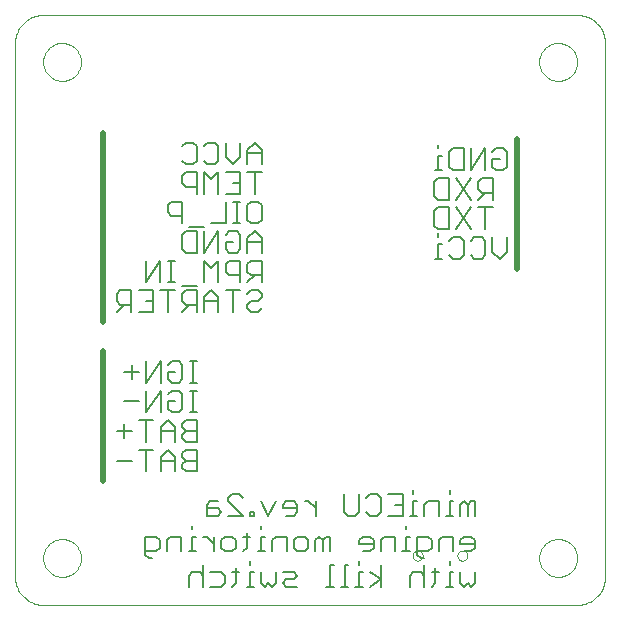
<source format=gbo>
G75*
%MOIN*%
%OFA0B0*%
%FSLAX24Y24*%
%IPPOS*%
%LPD*%
%AMOC8*
5,1,8,0,0,1.08239X$1,22.5*
%
%ADD10C,0.0000*%
%ADD11C,0.0197*%
%ADD12C,0.0060*%
D10*
X001183Y001347D02*
X018899Y001347D01*
X018961Y001349D01*
X019022Y001355D01*
X019083Y001364D01*
X019144Y001378D01*
X019203Y001395D01*
X019261Y001416D01*
X019318Y001441D01*
X019373Y001469D01*
X019426Y001500D01*
X019477Y001535D01*
X019526Y001573D01*
X019573Y001614D01*
X019616Y001657D01*
X019657Y001704D01*
X019695Y001753D01*
X019730Y001804D01*
X019761Y001857D01*
X019789Y001912D01*
X019814Y001969D01*
X019835Y002027D01*
X019852Y002086D01*
X019866Y002147D01*
X019875Y002208D01*
X019881Y002269D01*
X019883Y002331D01*
X019883Y020048D01*
X019881Y020110D01*
X019875Y020171D01*
X019866Y020232D01*
X019852Y020293D01*
X019835Y020352D01*
X019814Y020410D01*
X019789Y020467D01*
X019761Y020522D01*
X019730Y020575D01*
X019695Y020626D01*
X019657Y020675D01*
X019616Y020722D01*
X019573Y020765D01*
X019526Y020806D01*
X019477Y020844D01*
X019426Y020879D01*
X019373Y020910D01*
X019318Y020938D01*
X019261Y020963D01*
X019203Y020984D01*
X019144Y021001D01*
X019083Y021015D01*
X019022Y021024D01*
X018961Y021030D01*
X018899Y021032D01*
X001183Y021032D01*
X001121Y021030D01*
X001060Y021024D01*
X000999Y021015D01*
X000938Y021001D01*
X000879Y020984D01*
X000821Y020963D01*
X000764Y020938D01*
X000709Y020910D01*
X000656Y020879D01*
X000605Y020844D01*
X000556Y020806D01*
X000509Y020765D01*
X000466Y020722D01*
X000425Y020675D01*
X000387Y020626D01*
X000352Y020575D01*
X000321Y020522D01*
X000293Y020467D01*
X000268Y020410D01*
X000247Y020352D01*
X000230Y020293D01*
X000216Y020232D01*
X000207Y020171D01*
X000201Y020110D01*
X000199Y020048D01*
X000198Y020048D02*
X000198Y002331D01*
X000199Y002331D02*
X000201Y002269D01*
X000207Y002208D01*
X000216Y002147D01*
X000230Y002086D01*
X000247Y002027D01*
X000268Y001969D01*
X000293Y001912D01*
X000321Y001857D01*
X000352Y001804D01*
X000387Y001753D01*
X000425Y001704D01*
X000466Y001657D01*
X000509Y001614D01*
X000556Y001573D01*
X000605Y001535D01*
X000656Y001500D01*
X000709Y001469D01*
X000764Y001441D01*
X000821Y001416D01*
X000879Y001395D01*
X000938Y001378D01*
X000999Y001364D01*
X001060Y001355D01*
X001121Y001349D01*
X001183Y001347D01*
X001143Y002922D02*
X001145Y002972D01*
X001151Y003022D01*
X001161Y003071D01*
X001175Y003119D01*
X001192Y003166D01*
X001213Y003211D01*
X001238Y003255D01*
X001266Y003296D01*
X001298Y003335D01*
X001332Y003372D01*
X001369Y003406D01*
X001409Y003436D01*
X001451Y003463D01*
X001495Y003487D01*
X001541Y003508D01*
X001588Y003524D01*
X001636Y003537D01*
X001686Y003546D01*
X001735Y003551D01*
X001786Y003552D01*
X001836Y003549D01*
X001885Y003542D01*
X001934Y003531D01*
X001982Y003516D01*
X002028Y003498D01*
X002073Y003476D01*
X002116Y003450D01*
X002157Y003421D01*
X002196Y003389D01*
X002232Y003354D01*
X002264Y003316D01*
X002294Y003276D01*
X002321Y003233D01*
X002344Y003189D01*
X002363Y003143D01*
X002379Y003095D01*
X002391Y003046D01*
X002399Y002997D01*
X002403Y002947D01*
X002403Y002897D01*
X002399Y002847D01*
X002391Y002798D01*
X002379Y002749D01*
X002363Y002701D01*
X002344Y002655D01*
X002321Y002611D01*
X002294Y002568D01*
X002264Y002528D01*
X002232Y002490D01*
X002196Y002455D01*
X002157Y002423D01*
X002116Y002394D01*
X002073Y002368D01*
X002028Y002346D01*
X001982Y002328D01*
X001934Y002313D01*
X001885Y002302D01*
X001836Y002295D01*
X001786Y002292D01*
X001735Y002293D01*
X001686Y002298D01*
X001636Y002307D01*
X001588Y002320D01*
X001541Y002336D01*
X001495Y002357D01*
X001451Y002381D01*
X001409Y002408D01*
X001369Y002438D01*
X001332Y002472D01*
X001298Y002509D01*
X001266Y002548D01*
X001238Y002589D01*
X001213Y002633D01*
X001192Y002678D01*
X001175Y002725D01*
X001161Y002773D01*
X001151Y002822D01*
X001145Y002872D01*
X001143Y002922D01*
X013457Y003001D02*
X013459Y003026D01*
X013465Y003051D01*
X013474Y003075D01*
X013487Y003097D01*
X013504Y003117D01*
X013523Y003134D01*
X013544Y003148D01*
X013568Y003158D01*
X013592Y003165D01*
X013618Y003168D01*
X013643Y003167D01*
X013668Y003162D01*
X013692Y003153D01*
X013715Y003141D01*
X013735Y003126D01*
X013753Y003107D01*
X013768Y003086D01*
X013779Y003063D01*
X013787Y003039D01*
X013791Y003014D01*
X013791Y002988D01*
X013787Y002963D01*
X013779Y002939D01*
X013768Y002916D01*
X013753Y002895D01*
X013735Y002876D01*
X013715Y002861D01*
X013692Y002849D01*
X013668Y002840D01*
X013643Y002835D01*
X013618Y002834D01*
X013592Y002837D01*
X013568Y002844D01*
X013544Y002854D01*
X013523Y002868D01*
X013504Y002885D01*
X013487Y002905D01*
X013474Y002927D01*
X013465Y002951D01*
X013459Y002976D01*
X013457Y003001D01*
X014953Y003001D02*
X014955Y003026D01*
X014961Y003051D01*
X014970Y003075D01*
X014983Y003097D01*
X015000Y003117D01*
X015019Y003134D01*
X015040Y003148D01*
X015064Y003158D01*
X015088Y003165D01*
X015114Y003168D01*
X015139Y003167D01*
X015164Y003162D01*
X015188Y003153D01*
X015211Y003141D01*
X015231Y003126D01*
X015249Y003107D01*
X015264Y003086D01*
X015275Y003063D01*
X015283Y003039D01*
X015287Y003014D01*
X015287Y002988D01*
X015283Y002963D01*
X015275Y002939D01*
X015264Y002916D01*
X015249Y002895D01*
X015231Y002876D01*
X015211Y002861D01*
X015188Y002849D01*
X015164Y002840D01*
X015139Y002835D01*
X015114Y002834D01*
X015088Y002837D01*
X015064Y002844D01*
X015040Y002854D01*
X015019Y002868D01*
X015000Y002885D01*
X014983Y002905D01*
X014970Y002927D01*
X014961Y002951D01*
X014955Y002976D01*
X014953Y003001D01*
X017679Y002922D02*
X017681Y002972D01*
X017687Y003022D01*
X017697Y003071D01*
X017711Y003119D01*
X017728Y003166D01*
X017749Y003211D01*
X017774Y003255D01*
X017802Y003296D01*
X017834Y003335D01*
X017868Y003372D01*
X017905Y003406D01*
X017945Y003436D01*
X017987Y003463D01*
X018031Y003487D01*
X018077Y003508D01*
X018124Y003524D01*
X018172Y003537D01*
X018222Y003546D01*
X018271Y003551D01*
X018322Y003552D01*
X018372Y003549D01*
X018421Y003542D01*
X018470Y003531D01*
X018518Y003516D01*
X018564Y003498D01*
X018609Y003476D01*
X018652Y003450D01*
X018693Y003421D01*
X018732Y003389D01*
X018768Y003354D01*
X018800Y003316D01*
X018830Y003276D01*
X018857Y003233D01*
X018880Y003189D01*
X018899Y003143D01*
X018915Y003095D01*
X018927Y003046D01*
X018935Y002997D01*
X018939Y002947D01*
X018939Y002897D01*
X018935Y002847D01*
X018927Y002798D01*
X018915Y002749D01*
X018899Y002701D01*
X018880Y002655D01*
X018857Y002611D01*
X018830Y002568D01*
X018800Y002528D01*
X018768Y002490D01*
X018732Y002455D01*
X018693Y002423D01*
X018652Y002394D01*
X018609Y002368D01*
X018564Y002346D01*
X018518Y002328D01*
X018470Y002313D01*
X018421Y002302D01*
X018372Y002295D01*
X018322Y002292D01*
X018271Y002293D01*
X018222Y002298D01*
X018172Y002307D01*
X018124Y002320D01*
X018077Y002336D01*
X018031Y002357D01*
X017987Y002381D01*
X017945Y002408D01*
X017905Y002438D01*
X017868Y002472D01*
X017834Y002509D01*
X017802Y002548D01*
X017774Y002589D01*
X017749Y002633D01*
X017728Y002678D01*
X017711Y002725D01*
X017697Y002773D01*
X017687Y002822D01*
X017681Y002872D01*
X017679Y002922D01*
X017679Y019457D02*
X017681Y019507D01*
X017687Y019557D01*
X017697Y019606D01*
X017711Y019654D01*
X017728Y019701D01*
X017749Y019746D01*
X017774Y019790D01*
X017802Y019831D01*
X017834Y019870D01*
X017868Y019907D01*
X017905Y019941D01*
X017945Y019971D01*
X017987Y019998D01*
X018031Y020022D01*
X018077Y020043D01*
X018124Y020059D01*
X018172Y020072D01*
X018222Y020081D01*
X018271Y020086D01*
X018322Y020087D01*
X018372Y020084D01*
X018421Y020077D01*
X018470Y020066D01*
X018518Y020051D01*
X018564Y020033D01*
X018609Y020011D01*
X018652Y019985D01*
X018693Y019956D01*
X018732Y019924D01*
X018768Y019889D01*
X018800Y019851D01*
X018830Y019811D01*
X018857Y019768D01*
X018880Y019724D01*
X018899Y019678D01*
X018915Y019630D01*
X018927Y019581D01*
X018935Y019532D01*
X018939Y019482D01*
X018939Y019432D01*
X018935Y019382D01*
X018927Y019333D01*
X018915Y019284D01*
X018899Y019236D01*
X018880Y019190D01*
X018857Y019146D01*
X018830Y019103D01*
X018800Y019063D01*
X018768Y019025D01*
X018732Y018990D01*
X018693Y018958D01*
X018652Y018929D01*
X018609Y018903D01*
X018564Y018881D01*
X018518Y018863D01*
X018470Y018848D01*
X018421Y018837D01*
X018372Y018830D01*
X018322Y018827D01*
X018271Y018828D01*
X018222Y018833D01*
X018172Y018842D01*
X018124Y018855D01*
X018077Y018871D01*
X018031Y018892D01*
X017987Y018916D01*
X017945Y018943D01*
X017905Y018973D01*
X017868Y019007D01*
X017834Y019044D01*
X017802Y019083D01*
X017774Y019124D01*
X017749Y019168D01*
X017728Y019213D01*
X017711Y019260D01*
X017697Y019308D01*
X017687Y019357D01*
X017681Y019407D01*
X017679Y019457D01*
X001143Y019457D02*
X001145Y019507D01*
X001151Y019557D01*
X001161Y019606D01*
X001175Y019654D01*
X001192Y019701D01*
X001213Y019746D01*
X001238Y019790D01*
X001266Y019831D01*
X001298Y019870D01*
X001332Y019907D01*
X001369Y019941D01*
X001409Y019971D01*
X001451Y019998D01*
X001495Y020022D01*
X001541Y020043D01*
X001588Y020059D01*
X001636Y020072D01*
X001686Y020081D01*
X001735Y020086D01*
X001786Y020087D01*
X001836Y020084D01*
X001885Y020077D01*
X001934Y020066D01*
X001982Y020051D01*
X002028Y020033D01*
X002073Y020011D01*
X002116Y019985D01*
X002157Y019956D01*
X002196Y019924D01*
X002232Y019889D01*
X002264Y019851D01*
X002294Y019811D01*
X002321Y019768D01*
X002344Y019724D01*
X002363Y019678D01*
X002379Y019630D01*
X002391Y019581D01*
X002399Y019532D01*
X002403Y019482D01*
X002403Y019432D01*
X002399Y019382D01*
X002391Y019333D01*
X002379Y019284D01*
X002363Y019236D01*
X002344Y019190D01*
X002321Y019146D01*
X002294Y019103D01*
X002264Y019063D01*
X002232Y019025D01*
X002196Y018990D01*
X002157Y018958D01*
X002116Y018929D01*
X002073Y018903D01*
X002028Y018881D01*
X001982Y018863D01*
X001934Y018848D01*
X001885Y018837D01*
X001836Y018830D01*
X001786Y018827D01*
X001735Y018828D01*
X001686Y018833D01*
X001636Y018842D01*
X001588Y018855D01*
X001541Y018871D01*
X001495Y018892D01*
X001451Y018916D01*
X001409Y018943D01*
X001369Y018973D01*
X001332Y019007D01*
X001298Y019044D01*
X001266Y019083D01*
X001238Y019124D01*
X001213Y019168D01*
X001192Y019213D01*
X001175Y019260D01*
X001161Y019308D01*
X001151Y019357D01*
X001145Y019407D01*
X001143Y019457D01*
D11*
X003151Y017095D02*
X003151Y010796D01*
X003151Y009812D02*
X003151Y005481D01*
X016931Y012568D02*
X016931Y016898D01*
D12*
X016485Y016574D02*
X016606Y016452D01*
X016606Y015967D01*
X016485Y015846D01*
X016242Y015846D01*
X016121Y015967D01*
X016121Y016210D01*
X016364Y016210D01*
X016121Y016452D02*
X016242Y016574D01*
X016485Y016574D01*
X015881Y016574D02*
X015396Y015846D01*
X015396Y016574D01*
X015156Y016574D02*
X014792Y016574D01*
X014671Y016452D01*
X014671Y015967D01*
X014792Y015846D01*
X015156Y015846D01*
X015156Y016574D01*
X014431Y016331D02*
X014310Y016331D01*
X014310Y015846D01*
X014431Y015846D02*
X014189Y015846D01*
X014309Y015590D02*
X014188Y015468D01*
X014188Y014983D01*
X014309Y014861D01*
X014673Y014861D01*
X014673Y015590D01*
X014309Y015590D01*
X014913Y015590D02*
X015398Y014861D01*
X015638Y014861D02*
X015880Y015104D01*
X015759Y015104D02*
X015638Y015226D01*
X015638Y015468D01*
X015759Y015590D01*
X016123Y015590D01*
X016123Y014861D01*
X016123Y015104D02*
X015759Y015104D01*
X015638Y014605D02*
X016123Y014605D01*
X015880Y014605D02*
X015880Y013877D01*
X015760Y013621D02*
X015881Y013500D01*
X015881Y013014D01*
X015760Y012893D01*
X015517Y012893D01*
X015396Y013014D01*
X015156Y013014D02*
X015035Y012893D01*
X014792Y012893D01*
X014671Y013014D01*
X014431Y012893D02*
X014189Y012893D01*
X014310Y012893D02*
X014310Y013378D01*
X014431Y013378D01*
X014671Y013500D02*
X014792Y013621D01*
X015035Y013621D01*
X015156Y013500D01*
X015156Y013014D01*
X015396Y013500D02*
X015517Y013621D01*
X015760Y013621D01*
X015398Y013877D02*
X014913Y014605D01*
X014673Y014605D02*
X014309Y014605D01*
X014188Y014484D01*
X014188Y013999D01*
X014309Y013877D01*
X014673Y013877D01*
X014673Y014605D01*
X014913Y014861D02*
X015398Y015590D01*
X015881Y015846D02*
X015881Y016574D01*
X014310Y016574D02*
X014310Y016695D01*
X015398Y014605D02*
X014913Y013877D01*
X014310Y013742D02*
X014310Y013621D01*
X016121Y013621D02*
X016121Y013136D01*
X016364Y012893D01*
X016606Y013136D01*
X016606Y013621D01*
X008436Y013575D02*
X008436Y013090D01*
X008436Y012834D02*
X008072Y012834D01*
X007951Y012712D01*
X007951Y012470D01*
X008072Y012348D01*
X008436Y012348D01*
X008436Y012106D02*
X008436Y012834D01*
X007951Y013090D02*
X007951Y013575D01*
X008193Y013818D01*
X008436Y013575D01*
X008436Y013454D02*
X007951Y013454D01*
X007711Y013697D02*
X007711Y013211D01*
X007590Y013090D01*
X007347Y013090D01*
X007226Y013211D01*
X007226Y013454D01*
X007468Y013454D01*
X007226Y013697D02*
X007347Y013818D01*
X007590Y013818D01*
X007711Y013697D01*
X007711Y014074D02*
X007468Y014074D01*
X007590Y014074D02*
X007590Y014802D01*
X007711Y014802D02*
X007468Y014802D01*
X007228Y014802D02*
X007228Y014074D01*
X006742Y014074D01*
X006503Y013953D02*
X006017Y013953D01*
X005897Y013818D02*
X005776Y013697D01*
X005776Y013211D01*
X005897Y013090D01*
X006261Y013090D01*
X006261Y013818D01*
X005897Y013818D01*
X005778Y014074D02*
X005778Y014802D01*
X005414Y014802D01*
X005292Y014681D01*
X005292Y014438D01*
X005414Y014317D01*
X005778Y014317D01*
X006501Y013818D02*
X006501Y013090D01*
X006986Y013818D01*
X006986Y013090D01*
X006986Y012834D02*
X006743Y012591D01*
X006501Y012834D01*
X006501Y012106D01*
X006261Y011984D02*
X005776Y011984D01*
X005897Y011849D02*
X005776Y011728D01*
X005776Y011485D01*
X005897Y011364D01*
X006261Y011364D01*
X006018Y011364D02*
X005776Y011121D01*
X005293Y011121D02*
X005293Y011849D01*
X005051Y011849D02*
X005536Y011849D01*
X005536Y012106D02*
X005293Y012106D01*
X005415Y012106D02*
X005415Y012834D01*
X005536Y012834D02*
X005293Y012834D01*
X005053Y012834D02*
X004567Y012106D01*
X004567Y012834D01*
X005053Y012834D02*
X005053Y012106D01*
X004811Y011849D02*
X004811Y011121D01*
X004326Y011121D01*
X004086Y011121D02*
X004086Y011849D01*
X003722Y011849D01*
X003601Y011728D01*
X003601Y011485D01*
X003722Y011364D01*
X004086Y011364D01*
X003843Y011364D02*
X003601Y011121D01*
X004326Y011849D02*
X004811Y011849D01*
X004811Y011485D02*
X004568Y011485D01*
X005897Y011849D02*
X006261Y011849D01*
X006261Y011121D01*
X006501Y011121D02*
X006501Y011607D01*
X006743Y011849D01*
X006986Y011607D01*
X006986Y011121D01*
X006986Y011485D02*
X006501Y011485D01*
X006986Y012106D02*
X006986Y012834D01*
X007226Y012712D02*
X007226Y012470D01*
X007347Y012348D01*
X007711Y012348D01*
X007711Y012106D02*
X007711Y012834D01*
X007347Y012834D01*
X007226Y012712D01*
X007226Y011849D02*
X007711Y011849D01*
X007468Y011849D02*
X007468Y011121D01*
X007951Y011243D02*
X008072Y011121D01*
X008315Y011121D01*
X008436Y011243D01*
X008315Y011485D02*
X008072Y011485D01*
X007951Y011364D01*
X007951Y011243D01*
X008315Y011485D02*
X008436Y011607D01*
X008436Y011728D01*
X008315Y011849D01*
X008072Y011849D01*
X007951Y011728D01*
X007951Y012106D02*
X008193Y012348D01*
X008072Y014074D02*
X007951Y014195D01*
X007951Y014681D01*
X008072Y014802D01*
X008315Y014802D01*
X008436Y014681D01*
X008436Y014195D01*
X008315Y014074D01*
X008072Y014074D01*
X008193Y015058D02*
X008193Y015786D01*
X007951Y015786D02*
X008436Y015786D01*
X008436Y016043D02*
X008436Y016528D01*
X008193Y016771D01*
X007951Y016528D01*
X007951Y016043D01*
X007711Y016285D02*
X007468Y016043D01*
X007226Y016285D01*
X007226Y016771D01*
X006986Y016649D02*
X006986Y016164D01*
X006865Y016043D01*
X006622Y016043D01*
X006501Y016164D01*
X006261Y016164D02*
X006140Y016043D01*
X005897Y016043D01*
X005776Y016164D01*
X005897Y015786D02*
X005776Y015665D01*
X005776Y015422D01*
X005897Y015301D01*
X006261Y015301D01*
X006261Y015058D02*
X006261Y015786D01*
X005897Y015786D01*
X006261Y016164D02*
X006261Y016649D01*
X006140Y016771D01*
X005897Y016771D01*
X005776Y016649D01*
X006501Y016649D02*
X006622Y016771D01*
X006865Y016771D01*
X006986Y016649D01*
X007711Y016771D02*
X007711Y016285D01*
X007951Y016407D02*
X008436Y016407D01*
X007711Y015786D02*
X007711Y015058D01*
X007226Y015058D01*
X006986Y015058D02*
X006986Y015786D01*
X006743Y015544D01*
X006501Y015786D01*
X006501Y015058D01*
X007226Y015786D02*
X007711Y015786D01*
X007711Y015422D02*
X007468Y015422D01*
X006271Y009487D02*
X006028Y009487D01*
X006149Y009487D02*
X006149Y008759D01*
X006028Y008759D02*
X006271Y008759D01*
X006271Y008503D02*
X006028Y008503D01*
X006149Y008503D02*
X006149Y007775D01*
X006028Y007775D02*
X006271Y007775D01*
X006271Y007519D02*
X005907Y007519D01*
X005785Y007397D01*
X005785Y007276D01*
X005907Y007155D01*
X006271Y007155D01*
X005907Y007155D02*
X005785Y007033D01*
X005785Y006912D01*
X005907Y006791D01*
X006271Y006791D01*
X006271Y007519D01*
X005787Y007896D02*
X005666Y007775D01*
X005423Y007775D01*
X005302Y007896D01*
X005302Y008139D01*
X005545Y008139D01*
X005787Y008382D02*
X005787Y007896D01*
X005303Y007519D02*
X005546Y007276D01*
X005546Y006791D01*
X005303Y006534D02*
X005060Y006292D01*
X005060Y005806D01*
X005060Y006170D02*
X005546Y006170D01*
X005546Y006292D02*
X005546Y005806D01*
X005785Y005928D02*
X005785Y006049D01*
X005907Y006170D01*
X006271Y006170D01*
X006271Y005806D02*
X005907Y005806D01*
X005785Y005928D01*
X005907Y006170D02*
X005785Y006292D01*
X005785Y006413D01*
X005907Y006534D01*
X006271Y006534D01*
X006271Y005806D01*
X005546Y006292D02*
X005303Y006534D01*
X005060Y006791D02*
X005060Y007276D01*
X005303Y007519D01*
X005062Y007775D02*
X005062Y008503D01*
X004577Y007775D01*
X004577Y008503D01*
X004577Y008759D02*
X004577Y009487D01*
X004337Y009123D02*
X003852Y009123D01*
X004095Y009366D02*
X004095Y008880D01*
X004577Y008759D02*
X005062Y009487D01*
X005062Y008759D01*
X005302Y008880D02*
X005302Y009123D01*
X005545Y009123D01*
X005787Y008880D02*
X005666Y008759D01*
X005423Y008759D01*
X005302Y008880D01*
X005423Y008503D02*
X005666Y008503D01*
X005787Y008382D01*
X005423Y008503D02*
X005302Y008382D01*
X005787Y008880D02*
X005787Y009366D01*
X005666Y009487D01*
X005423Y009487D01*
X005302Y009366D01*
X004337Y008139D02*
X003852Y008139D01*
X004335Y007519D02*
X004821Y007519D01*
X004578Y007519D02*
X004578Y006791D01*
X004578Y006534D02*
X004578Y005806D01*
X004096Y006170D02*
X003610Y006170D01*
X003853Y006912D02*
X003853Y007397D01*
X004096Y007155D02*
X003610Y007155D01*
X004335Y006534D02*
X004821Y006534D01*
X005060Y007155D02*
X005546Y007155D01*
X007443Y005058D02*
X007685Y005058D01*
X007807Y004937D01*
X007443Y005058D02*
X007321Y004937D01*
X007321Y004815D01*
X007807Y004330D01*
X007321Y004330D01*
X007082Y004451D02*
X006960Y004573D01*
X006596Y004573D01*
X006596Y004694D02*
X006596Y004330D01*
X006960Y004330D01*
X007082Y004451D01*
X006960Y004815D02*
X006718Y004815D01*
X006596Y004694D01*
X006114Y003998D02*
X006114Y003877D01*
X006114Y003634D02*
X006114Y003149D01*
X005993Y003149D02*
X006236Y003149D01*
X005752Y003149D02*
X005752Y003634D01*
X005388Y003634D01*
X005267Y003513D01*
X005267Y003149D01*
X005027Y003270D02*
X004906Y003149D01*
X004542Y003149D01*
X004542Y003028D02*
X004542Y003634D01*
X004906Y003634D01*
X005027Y003513D01*
X005027Y003270D01*
X004785Y002906D02*
X004663Y002906D01*
X004542Y003028D01*
X005992Y002332D02*
X005992Y001968D01*
X005992Y002332D02*
X006113Y002453D01*
X006356Y002453D01*
X006477Y002332D01*
X006717Y002453D02*
X007081Y002453D01*
X007202Y002332D01*
X007202Y002089D01*
X007081Y001968D01*
X006717Y001968D01*
X006477Y001968D02*
X006477Y002696D01*
X006840Y003149D02*
X006840Y003634D01*
X006840Y003392D02*
X006597Y003634D01*
X006476Y003634D01*
X006236Y003634D02*
X006114Y003634D01*
X007080Y003513D02*
X007080Y003270D01*
X007201Y003149D01*
X007444Y003149D01*
X007565Y003270D01*
X007565Y003513D01*
X007444Y003634D01*
X007201Y003634D01*
X007080Y003513D01*
X007806Y003634D02*
X008048Y003634D01*
X007927Y003756D02*
X007927Y003270D01*
X007806Y003149D01*
X008048Y002817D02*
X008048Y002696D01*
X008048Y002453D02*
X008048Y001968D01*
X008169Y001968D02*
X007926Y001968D01*
X007564Y002089D02*
X007443Y001968D01*
X007564Y002089D02*
X007564Y002574D01*
X007686Y002453D02*
X007443Y002453D01*
X008048Y002453D02*
X008169Y002453D01*
X008409Y002453D02*
X008409Y002089D01*
X008530Y001968D01*
X008651Y002089D01*
X008773Y001968D01*
X008894Y002089D01*
X008894Y002453D01*
X009134Y002453D02*
X009498Y002453D01*
X009619Y002332D01*
X009498Y002210D01*
X009255Y002210D01*
X009134Y002089D01*
X009255Y001968D01*
X009619Y001968D01*
X010585Y001968D02*
X010828Y001968D01*
X010706Y001968D02*
X010706Y002696D01*
X010828Y002696D01*
X011190Y002696D02*
X011190Y001968D01*
X011311Y001968D02*
X011068Y001968D01*
X011552Y001968D02*
X011794Y001968D01*
X011673Y001968D02*
X011673Y002453D01*
X011794Y002453D01*
X012034Y002453D02*
X012398Y002210D01*
X012034Y001968D01*
X012398Y001968D02*
X012398Y002696D01*
X012396Y003149D02*
X012396Y003513D01*
X012518Y003634D01*
X012882Y003634D01*
X012882Y003149D01*
X013122Y003149D02*
X013365Y003149D01*
X013244Y003149D02*
X013244Y003634D01*
X013365Y003634D01*
X013605Y003634D02*
X013969Y003634D01*
X014090Y003513D01*
X014090Y003270D01*
X013969Y003149D01*
X013605Y003149D01*
X013605Y003028D02*
X013605Y003634D01*
X013244Y003877D02*
X013244Y003998D01*
X013364Y004330D02*
X013607Y004330D01*
X013485Y004330D02*
X013485Y004815D01*
X013607Y004815D01*
X013847Y004694D02*
X013847Y004330D01*
X013847Y004694D02*
X013968Y004815D01*
X014332Y004815D01*
X014332Y004330D01*
X014573Y004330D02*
X014815Y004330D01*
X014694Y004330D02*
X014694Y004815D01*
X014815Y004815D01*
X015055Y004694D02*
X015055Y004330D01*
X015298Y004330D02*
X015298Y004694D01*
X015176Y004815D01*
X015055Y004694D01*
X015298Y004694D02*
X015419Y004815D01*
X015540Y004815D01*
X015540Y004330D01*
X015419Y003634D02*
X015176Y003634D01*
X015055Y003513D01*
X015055Y003392D01*
X015540Y003392D01*
X015540Y003513D02*
X015540Y003270D01*
X015419Y003149D01*
X015176Y003149D01*
X014815Y003149D02*
X014815Y003634D01*
X014451Y003634D01*
X014330Y003513D01*
X014330Y003149D01*
X014694Y002817D02*
X014694Y002696D01*
X014694Y002453D02*
X014694Y001968D01*
X014815Y001968D02*
X014573Y001968D01*
X014211Y002089D02*
X014089Y001968D01*
X014211Y002089D02*
X014211Y002574D01*
X014332Y002453D02*
X014089Y002453D01*
X013849Y002332D02*
X013727Y002453D01*
X013484Y002453D01*
X013363Y002332D01*
X013363Y001968D01*
X013849Y001968D02*
X013849Y002696D01*
X013848Y002906D02*
X013726Y002906D01*
X013605Y003028D01*
X014694Y002453D02*
X014815Y002453D01*
X015055Y002453D02*
X015055Y002089D01*
X015176Y001968D01*
X015298Y002089D01*
X015419Y001968D01*
X015540Y002089D01*
X015540Y002453D01*
X015540Y003513D02*
X015419Y003634D01*
X014694Y005058D02*
X014694Y005179D01*
X013485Y005179D02*
X013485Y005058D01*
X013123Y005058D02*
X013123Y004330D01*
X012638Y004330D01*
X012398Y004451D02*
X012277Y004330D01*
X012034Y004330D01*
X011913Y004451D01*
X011673Y004451D02*
X011552Y004330D01*
X011309Y004330D01*
X011188Y004451D01*
X011188Y005058D01*
X011673Y005058D02*
X011673Y004451D01*
X011913Y004937D02*
X012034Y005058D01*
X012277Y005058D01*
X012398Y004937D01*
X012398Y004451D01*
X012881Y004694D02*
X013123Y004694D01*
X013123Y005058D02*
X012638Y005058D01*
X012035Y003634D02*
X011793Y003634D01*
X011671Y003513D01*
X011671Y003392D01*
X012157Y003392D01*
X012157Y003513D02*
X012157Y003270D01*
X012035Y003149D01*
X011793Y003149D01*
X011673Y002817D02*
X011673Y002696D01*
X011311Y002696D02*
X011190Y002696D01*
X010707Y003149D02*
X010707Y003634D01*
X010585Y003634D01*
X010464Y003513D01*
X010343Y003634D01*
X010221Y003513D01*
X010221Y003149D01*
X010464Y003149D02*
X010464Y003513D01*
X009982Y003513D02*
X009982Y003270D01*
X009860Y003149D01*
X009618Y003149D01*
X009496Y003270D01*
X009496Y003513D01*
X009618Y003634D01*
X009860Y003634D01*
X009982Y003513D01*
X009257Y003634D02*
X009257Y003149D01*
X008771Y003149D02*
X008771Y003513D01*
X008893Y003634D01*
X009257Y003634D01*
X009255Y004330D02*
X009498Y004330D01*
X009619Y004451D01*
X009619Y004694D01*
X009498Y004815D01*
X009255Y004815D01*
X009134Y004694D01*
X009134Y004573D01*
X009619Y004573D01*
X009859Y004815D02*
X009981Y004815D01*
X010223Y004573D01*
X010223Y004815D02*
X010223Y004330D01*
X008894Y004815D02*
X008651Y004330D01*
X008409Y004815D01*
X008169Y004451D02*
X008048Y004451D01*
X008048Y004330D01*
X008169Y004330D01*
X008169Y004451D01*
X008410Y003998D02*
X008410Y003877D01*
X008410Y003634D02*
X008410Y003149D01*
X008289Y003149D02*
X008532Y003149D01*
X008532Y003634D02*
X008410Y003634D01*
X012035Y003634D02*
X012157Y003513D01*
M02*

</source>
